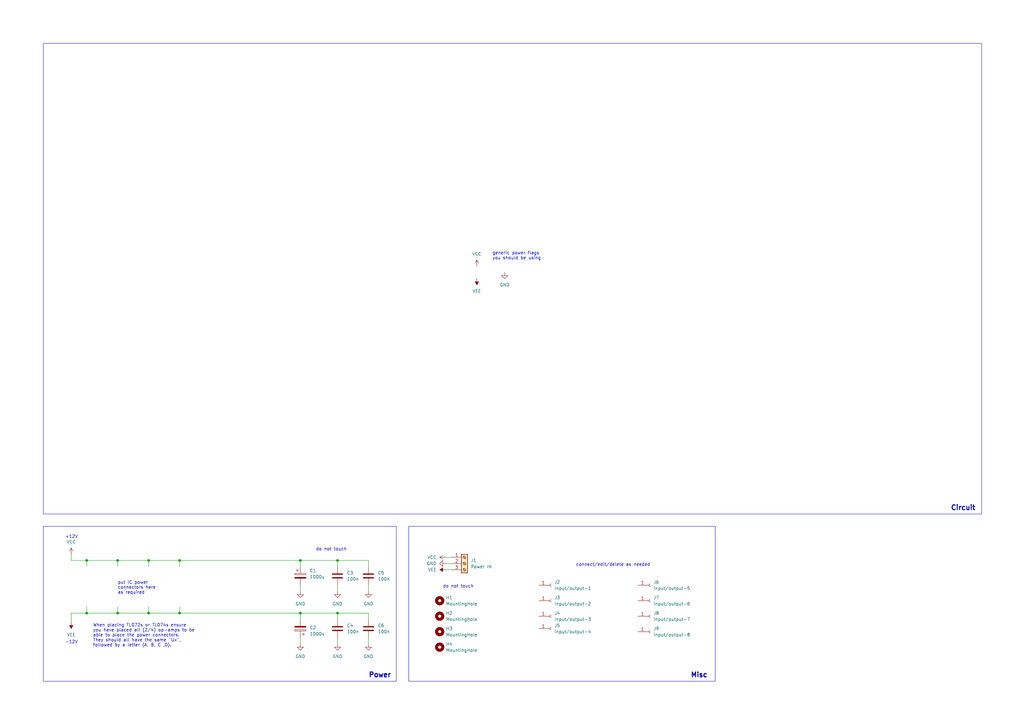
<source format=kicad_sch>
(kicad_sch (version 20230121) (generator eeschema)
  (paper "A3")
  (title_block (title "[Circuit]") (rev "V1.0") (company "Fleming Society") (comment 1 "2024/25 PCB Synthesiser Workshop"))
  (lib_symbols
    (symbol "Connector:Conn_01x01_Socket" (pin_names (offset 1.016) hide)
      (property "Reference" "J" (at 0 2.54 0))
      (property "Value" "Conn_01x01_Socket" (at 0 -2.54 0))
      (symbol "Conn_01x01_Socket_1_1"
        (polyline (pts (xy -1.27 0) (xy -0.508 0)) (stroke (width 0.1524)))
        (arc (start 0 0.508) (mid -0.5058 0) (end 0 -0.508) (stroke (width 0.1524)))
        (pin passive line (at -5.08 0 0) (length 3.81) (name "Pin_1") (number "1"))
      )
    )
    (symbol "Connector:Screw_Terminal_01x03" (pin_names (offset 1.016) hide)
      (property "Reference" "J" (at 0 5.08 0))
      (property "Value" "Screw_Terminal_01x03" (at 0 -5.08 0))
      (symbol "Screw_Terminal_01x03_1_1"
        (rectangle (start -1.27 3.81) (end 1.27 -3.81) (stroke (width 0.254)) (fill (type background)))
        (circle (center 0 -2.54) (radius 0.635) (stroke (width 0.1524)))
        (polyline (pts (xy -0.5334 -2.2098) (xy 0.3302 -3.048)) (stroke (width 0.1524)))
        (polyline (pts (xy -0.5334 0.3302) (xy 0.3302 -0.508)) (stroke (width 0.1524)))
        (polyline (pts (xy -0.5334 2.8702) (xy 0.3302 2.032)) (stroke (width 0.1524)))
        (polyline (pts (xy -0.3556 -2.032) (xy 0.508 -2.8702)) (stroke (width 0.1524)))
        (polyline (pts (xy -0.3556 0.508) (xy 0.508 -0.3302)) (stroke (width 0.1524)))
        (polyline (pts (xy -0.3556 3.048) (xy 0.508 2.2098)) (stroke (width 0.1524)))
        (circle (center 0 0) (radius 0.635) (stroke (width 0.1524)))
        (circle (center 0 2.54) (radius 0.635) (stroke (width 0.1524)))
        (pin passive line (at -5.08 2.54 0) (length 3.81) (name "Pin_1") (number "1"))
        (pin passive line (at -5.08 0 0) (length 3.81) (name "Pin_2") (number "2"))
        (pin passive line (at -5.08 -2.54 0) (length 3.81) (name "Pin_3") (number "3"))
      )
    )
    (symbol "Device:C" (pin_numbers hide) (pin_names (offset 0.254))
      (property "Reference" "C" (at 0.635 2.54 0))
      (property "Value" "C" (at 0.635 -2.54 0))
      (symbol "C_0_1"
        (polyline (pts (xy -2.032 -0.762) (xy 2.032 -0.762)) (stroke (width 0.508)))
        (polyline (pts (xy -2.032 0.762) (xy 2.032 0.762)) (stroke (width 0.508)))
      )
      (symbol "C_1_1"
        (pin passive line (at 0 3.81 270) (length 2.794) (name "~") (number "1"))
        (pin passive line (at 0 -3.81 90) (length 2.794) (name "~") (number "2"))
      )
    )
    (symbol "Device:C_Polarized" (pin_numbers hide) (pin_names (offset 0.254))
      (property "Reference" "C" (at 0.635 2.54 0))
      (property "Value" "C_Polarized" (at 0.635 -2.54 0))
      (symbol "C_Polarized_0_1"
        (rectangle (start -2.286 0.508) (end 2.286 1.016))
        (polyline (pts (xy -1.778 2.286) (xy -0.762 2.286)))
        (polyline (pts (xy -1.27 2.794) (xy -1.27 1.778)))
        (rectangle (start 2.286 -0.508) (end -2.286 -1.016) (fill (type outline)))
      )
      (symbol "C_Polarized_1_1"
        (pin passive line (at 0 3.81 270) (length 2.794) (name "~") (number "1"))
        (pin passive line (at 0 -3.81 90) (length 2.794) (name "~") (number "2"))
      )
    )
    (symbol "Mechanical:MountingHole" (pin_names (offset 1.016))
      (property "Reference" "H" (at 0 5.08 0))
      (property "Value" "MountingHole" (at 0 3.175 0))
      (symbol "MountingHole_0_1"
        (circle (center 0 0) (radius 1.27) (stroke (width 1.27)))
      )
    )
    (symbol "power:GND" (power) (pin_names (offset 0))
      (property "Value" "GND" (at 0 -3.81 0))
      (symbol "GND_0_1"
        (polyline (pts (xy 0 0) (xy 0 -1.27) (xy 1.27 -1.27) (xy 0 -2.54) (xy -1.27 -1.27) (xy 0 -1.27)))
      )
      (symbol "GND_1_1"
        (pin power_in line (at 0 0 270) (length 0) hide (name "GND") (number "1"))
      )
    )
    (symbol "power:VCC" (power) (pin_names (offset 0))
      (property "Value" "VCC" (at 0 3.81 0))
      (symbol "VCC_0_1"
        (polyline (pts (xy -0.762 1.27) (xy 0 2.54)))
        (polyline (pts (xy 0 0) (xy 0 2.54)))
        (polyline (pts (xy 0 2.54) (xy 0.762 1.27)))
      )
      (symbol "VCC_1_1"
        (pin power_in line (at 0 0 90) (length 0) hide (name "VCC") (number "1"))
      )
    )
    (symbol "power:VEE" (power) (pin_names (offset 0))
      (property "Value" "VEE" (at 0 3.81 0))
      (symbol "VEE_0_1"
        (polyline (pts (xy 0 0) (xy 0 2.54)))
        (polyline (pts (xy 0.762 1.27) (xy -0.762 1.27) (xy 0 2.54) (xy 0.762 1.27)) (fill (type outline)))
      )
      (symbol "VEE_1_1"
        (pin power_in line (at 0 0 90) (length 0) hide (name "VEE") (number "1"))
      )
    )
  )
  (junction (at 138.43 251.46))
  (junction (at 35.56 229.87))
  (junction (at 48.26 229.87))
  (junction (at 73.66 229.87))
  (junction (at 60.96 251.46))
  (junction (at 138.43 229.87))
  (junction (at 48.26 251.46))
  (junction (at 123.19 251.46))
  (junction (at 35.56 251.46))
  (junction (at 60.96 229.87))
  (junction (at 123.19 229.87))
  (junction (at 73.66 251.46))
  (wire (pts (xy 138.43 229.87) (xy 151.13 229.87)))
  (wire (pts (xy 123.19 240.03) (xy 123.19 242.57)))
  (wire (pts (xy 29.21 255.27) (xy 29.21 251.46)))
  (wire (pts (xy 182.88 231.14) (xy 185.42 231.14)))
  (wire (pts (xy 123.19 251.46) (xy 123.19 254)))
  (wire (pts (xy 123.19 229.87) (xy 138.43 229.87)))
  (wire (pts (xy 60.96 251.46) (xy 73.66 251.46)))
  (wire (pts (xy 123.19 232.41) (xy 123.19 229.87)))
  (wire (pts (xy 138.43 251.46) (xy 138.43 254)))
  (wire (pts (xy 35.56 229.87) (xy 48.26 229.87)))
  (wire (pts (xy 29.21 251.46) (xy 35.56 251.46)))
  (wire (pts (xy 48.26 232.41) (xy 48.26 229.87)))
  (wire (pts (xy 138.43 229.87) (xy 138.43 232.41)))
  (wire (pts (xy 60.96 248.92) (xy 60.96 251.46)))
  (wire (pts (xy 73.66 251.46) (xy 123.19 251.46)))
  (wire (pts (xy 48.26 248.92) (xy 48.26 251.46)))
  (wire (pts (xy 151.13 261.62) (xy 151.13 264.16)))
  (wire (pts (xy 35.56 229.87) (xy 35.56 232.41)))
  (wire (pts (xy 151.13 229.87) (xy 151.13 232.41)))
  (wire (pts (xy 73.66 248.92) (xy 73.66 251.46)))
  (wire (pts (xy 29.21 227.33) (xy 29.21 229.87)))
  (wire (pts (xy 35.56 248.92) (xy 35.56 251.46)))
  (wire (pts (xy 151.13 254) (xy 151.13 251.46)))
  (wire (pts (xy 138.43 240.03) (xy 138.43 242.57)))
  (wire (pts (xy 182.88 228.6) (xy 185.42 228.6)))
  (wire (pts (xy 29.21 229.87) (xy 35.56 229.87)))
  (wire (pts (xy 182.88 233.68) (xy 185.42 233.68)))
  (wire (pts (xy 73.66 229.87) (xy 60.96 229.87)))
  (wire (pts (xy 151.13 240.03) (xy 151.13 242.57)))
  (wire (pts (xy 60.96 232.41) (xy 60.96 229.87)))
  (wire (pts (xy 35.56 251.46) (xy 48.26 251.46)))
  (wire (pts (xy 60.96 229.87) (xy 48.26 229.87)))
  (wire (pts (xy 48.26 251.46) (xy 60.96 251.46)))
  (wire (pts (xy 151.13 251.46) (xy 138.43 251.46)))
  (wire (pts (xy 138.43 261.62) (xy 138.43 264.16)))
  (wire (pts (xy 123.19 261.62) (xy 123.19 264.16)))
  (wire (pts (xy 73.66 229.87) (xy 123.19 229.87)))
  (wire (pts (xy 73.66 232.41) (xy 73.66 229.87)))
  (wire (pts (xy 138.43 251.46) (xy 123.19 251.46)))
  (rectangle (start 167.64 215.9) (end 293.37 279.4))
  (rectangle (start 17.78 215.9) (end 162.56 279.4))
  (rectangle (start 17.78 17.78) (end 402.59 210.82))
  (text "Circuit" (at 389.89 209.55 0) (effects (font (size 2 2) (thickness 0.4) bold) (justify left bottom)))
  (text "Misc" (at 283.21 278.13 0) (effects (font (size 2 2) (thickness 0.4) bold) (justify left bottom)))
  (text "When placing TL072s or TL074s ensure \nyou have placed all (2/4) op-amps to be \nable to place the power connectors.\nThey should all have the same \"Ux\",\nfollowed by a letter (A, B, C ,D).\n" (at 38.1 265.43 0) (effects (font (size 1.27 1.27)) (justify left bottom)))
  (text "-12V" (at 26.67 264.16 0) (effects (font (size 1.27 1.27)) (justify left bottom)))
  (text "+12V" (at 26.67 220.98 0) (effects (font (size 1.27 1.27)) (justify left bottom)))
  (text "Power" (at 151.13 278.13 0) (effects (font (size 2 2) (thickness 0.4) bold) (justify left bottom)))
  (text "do not touch" (at 181.61 241.3 0) (effects (font (size 1.27 1.27)) (justify left bottom)))
  (text "connect/edit/delete as needed" (at 236.22 232.41 0) (effects (font (size 1.27 1.27)) (justify left bottom)))
  (text "generic power flags\nyou should be using" (at 201.93 106.68 0) (effects (font (size 1.27 1.27)) (justify left bottom)))
  (text "put IC power\nconnectors here\nas required" (at 48.26 243.84 0) (effects (font (size 1.27 1.27)) (justify left bottom)))
  (text "do not touch" (at 129.54 226.06 0) (effects (font (size 1.27 1.27)) (justify left bottom)))
  (symbol (lib_id "power:GND") (at 151.13 264.16 0) (unit 1)
    (property "Reference" "#PWR05" (effects hide))
    (property "Value" "GND" (at 151.13 269.24 0))
  )
  (symbol (lib_id "Connector:Screw_Terminal_01x03") (at 190.5 231.14 0) (unit 1)
    (property "Reference" "J1" (at 193.04 229.87 0) (effects (justify left)))
    (property "Value" "Power IN" (at 193.04 232.41 0) (effects (justify left)))
    (property "Footprint" "TerminalBlock:TerminalBlock_bornier-3_P5.08mm" (effects hide))
  )
  (symbol (lib_id "Device:C_Polarized") (at 123.19 236.22 0) (unit 1)
    (property "Reference" "C1" (at 127 234.061 0) (effects (justify left)))
    (property "Value" "1000u" (at 127 236.601 0) (effects (justify left)))
    (property "Footprint" "Capacitor_THT:CP_Radial_D7.5mm_P2.50mm" (effects hide))
  )
  (symbol (lib_id "power:GND") (at 123.19 242.57 0) (unit 1)
    (property "Reference" "#PWR08" (effects hide))
    (property "Value" "GND" (at 123.19 247.65 0))
  )
  (symbol (lib_id "power:GND") (at 151.13 242.57 0) (unit 1)
    (property "Reference" "#PWR06" (effects hide))
    (property "Value" "GND" (at 151.13 247.65 0))
  )
  (symbol (lib_id "Device:C") (at 151.13 257.81 0) (unit 1)
    (property "Reference" "C6" (at 154.94 256.54 0) (effects (justify left)))
    (property "Value" "100n" (at 154.94 259.08 0) (effects (justify left)))
    (property "Footprint" "Capacitor_THT:C_Disc_D6.0mm_W2.5mm_P5.00mm" (effects hide))
  )
  (symbol (lib_id "Mechanical:MountingHole") (at 180.34 252.73 0) (unit 1)
    (property "Reference" "H2" (at 182.88 251.46 0) (effects (justify left)))
    (property "Value" "MountingHole" (at 182.88 254 0) (effects (justify left)))
    (property "Footprint" "MountingHole:MountingHole_3.2mm_M3" (effects hide))
  )
  (symbol (lib_id "Connector:Conn_01x01_Socket") (at 266.7 252.73 0) (unit 1)
    (property "Reference" "J8" (at 267.97 251.46 0) (effects (justify left)))
    (property "Value" "input/output-7" (at 267.97 254 0) (effects (justify left)))
    (property "Footprint" "Library:49.7043-21" (effects hide))
  )
  (symbol (lib_id "power:VCC") (at 29.21 227.33 0) (unit 1)
    (property "Reference" "#PWR01" (effects hide))
    (property "Value" "VCC" (at 29.21 222.25 0))
  )
  (symbol (lib_id "power:VEE") (at 195.58 114.3 180) (unit 1)
    (property "Reference" "#PWR010" (effects hide))
    (property "Value" "VEE" (at 195.58 119.38 0))
  )
  (symbol (lib_id "Device:C") (at 151.13 236.22 0) (unit 1)
    (property "Reference" "C5" (at 154.94 234.95 0) (effects (justify left)))
    (property "Value" "100n" (at 154.94 237.49 0) (effects (justify left)))
    (property "Footprint" "Capacitor_THT:C_Disc_D6.0mm_W2.5mm_P5.00mm" (effects hide))
  )
  (symbol (lib_id "Device:C") (at 138.43 236.22 0) (unit 1)
    (property "Reference" "C3" (at 142.24 234.95 0) (effects (justify left)))
    (property "Value" "100n" (at 142.24 237.49 0) (effects (justify left)))
    (property "Footprint" "Capacitor_THT:C_Disc_D6.0mm_W2.5mm_P5.00mm" (effects hide))
  )
  (symbol (lib_id "power:GND") (at 138.43 264.16 0) (unit 1)
    (property "Reference" "#PWR04" (effects hide))
    (property "Value" "GND" (at 138.43 269.24 0))
  )
  (symbol (lib_id "power:VCC") (at 182.88 228.6 90) (unit 1)
    (property "Reference" "#PWR012" (effects hide))
    (property "Value" "VCC" (at 179.07 228.6 90) (effects (justify left)))
  )
  (symbol (lib_id "Device:C_Polarized") (at 123.19 257.81 180) (unit 1)
    (property "Reference" "C2" (at 127 257.429 0) (effects (justify right)))
    (property "Value" "1000u" (at 127 259.969 0) (effects (justify right)))
    (property "Footprint" "Capacitor_THT:CP_Radial_D7.5mm_P2.50mm" (effects hide))
  )
  (symbol (lib_id "Connector:Conn_01x01_Socket") (at 226.06 252.73 0) (unit 1)
    (property "Reference" "J4" (at 227.33 251.46 0) (effects (justify left)))
    (property "Value" "input/output-3" (at 227.33 254 0) (effects (justify left)))
    (property "Footprint" "Library:49.7043-21" (effects hide))
  )
  (symbol (lib_id "power:GND") (at 138.43 242.57 0) (unit 1)
    (property "Reference" "#PWR07" (effects hide))
    (property "Value" "GND" (at 138.43 247.65 0))
  )
  (symbol (lib_id "Connector:Conn_01x01_Socket") (at 226.06 257.81 0) (unit 1)
    (property "Reference" "J5" (at 227.33 256.54 0) (effects (justify left)))
    (property "Value" "input/output-4" (at 227.33 259.08 0) (effects (justify left)))
    (property "Footprint" "Library:49.7043-21" (effects hide))
  )
  (symbol (lib_id "Mechanical:MountingHole") (at 180.34 265.43 0) (unit 1)
    (property "Reference" "H4" (at 182.88 264.16 0) (effects (justify left)))
    (property "Value" "MountingHole" (at 182.88 266.7 0) (effects (justify left)))
    (property "Footprint" "MountingHole:MountingHole_3.2mm_M3" (effects hide))
  )
  (symbol (lib_id "power:VCC") (at 195.58 109.22 0) (unit 1)
    (property "Reference" "#PWR09" (effects hide))
    (property "Value" "VCC" (at 195.58 104.14 0))
  )
  (symbol (lib_id "power:VEE") (at 29.21 255.27 180) (unit 1)
    (property "Reference" "#PWR02" (effects hide))
    (property "Value" "VEE" (at 29.21 260.35 0))
  )
  (symbol (lib_id "Connector:Conn_01x01_Socket") (at 266.7 240.03 0) (unit 1)
    (property "Reference" "J6" (at 267.97 238.76 0) (effects (justify left)))
    (property "Value" "input/output-5" (at 267.97 241.3 0) (effects (justify left)))
    (property "Footprint" "Library:49.7043-21" (effects hide))
  )
  (symbol (lib_id "Connector:Conn_01x01_Socket") (at 266.7 246.38 0) (unit 1)
    (property "Reference" "J7" (at 267.97 245.11 0) (effects (justify left)))
    (property "Value" "input/output-6" (at 267.97 247.65 0) (effects (justify left)))
    (property "Footprint" "Library:49.7043-21" (effects hide))
  )
  (symbol (lib_id "Device:C") (at 138.43 257.81 0) (unit 1)
    (property "Reference" "C4" (at 142.24 256.54 0) (effects (justify left)))
    (property "Value" "100n" (at 142.24 259.08 0) (effects (justify left)))
    (property "Footprint" "Capacitor_THT:C_Disc_D6.0mm_W2.5mm_P5.00mm" (effects hide))
  )
  (symbol (lib_id "power:VEE") (at 182.88 233.68 90) (unit 1)
    (property "Reference" "#PWR013" (effects hide))
    (property "Value" "VEE" (at 179.07 233.68 90) (effects (justify left)))
  )
  (symbol (lib_id "Connector:Conn_01x01_Socket") (at 226.06 246.38 0) (unit 1)
    (property "Reference" "J3" (at 227.33 245.11 0) (effects (justify left)))
    (property "Value" "input/output-2" (at 227.33 247.65 0) (effects (justify left)))
    (property "Footprint" "Library:49.7043-21" (effects hide))
  )
  (symbol (lib_id "Connector:Conn_01x01_Socket") (at 266.7 259.08 0) (unit 1)
    (property "Reference" "J9" (at 267.97 257.81 0) (effects (justify left)))
    (property "Value" "input/output-8" (at 267.97 260.35 0) (effects (justify left)))
    (property "Footprint" "Library:49.7043-21" (effects hide))
  )
  (symbol (lib_id "Mechanical:MountingHole") (at 180.34 246.38 0) (unit 1)
    (property "Reference" "H1" (at 182.88 245.11 0) (effects (justify left)))
    (property "Value" "MountingHole" (at 182.88 247.65 0) (effects (justify left)))
    (property "Footprint" "MountingHole:MountingHole_3.2mm_M3" (effects hide))
  )
  (symbol (lib_id "power:GND") (at 207.01 111.76 0) (unit 1)
    (property "Reference" "#PWR011" (effects hide))
    (property "Value" "GND" (at 207.01 116.84 0))
  )
  (symbol (lib_id "power:GND") (at 123.19 264.16 0) (unit 1)
    (property "Reference" "#PWR03" (effects hide))
    (property "Value" "GND" (at 123.19 269.24 0))
  )
  (symbol (lib_id "Mechanical:MountingHole") (at 180.34 259.08 0) (unit 1)
    (property "Reference" "H3" (at 182.88 257.81 0) (effects (justify left)))
    (property "Value" "MountingHole" (at 182.88 260.35 0) (effects (justify left)))
    (property "Footprint" "MountingHole:MountingHole_3.2mm_M3" (effects hide))
  )
  (symbol (lib_id "Connector:Conn_01x01_Socket") (at 226.06 240.03 0) (unit 1)
    (property "Reference" "J2" (at 227.33 238.76 0) (effects (justify left)))
    (property "Value" "input/output-1" (at 227.33 241.3 0) (effects (justify left)))
    (property "Footprint" "Library:49.7043-21" (effects hide))
  )
  (symbol (lib_id "power:GND") (at 182.88 231.14 270) (unit 1)
    (property "Reference" "#PWR014" (effects hide))
    (property "Value" "GND" (at 179.07 231.14 90) (effects (justify right)))
  )
)
</source>
